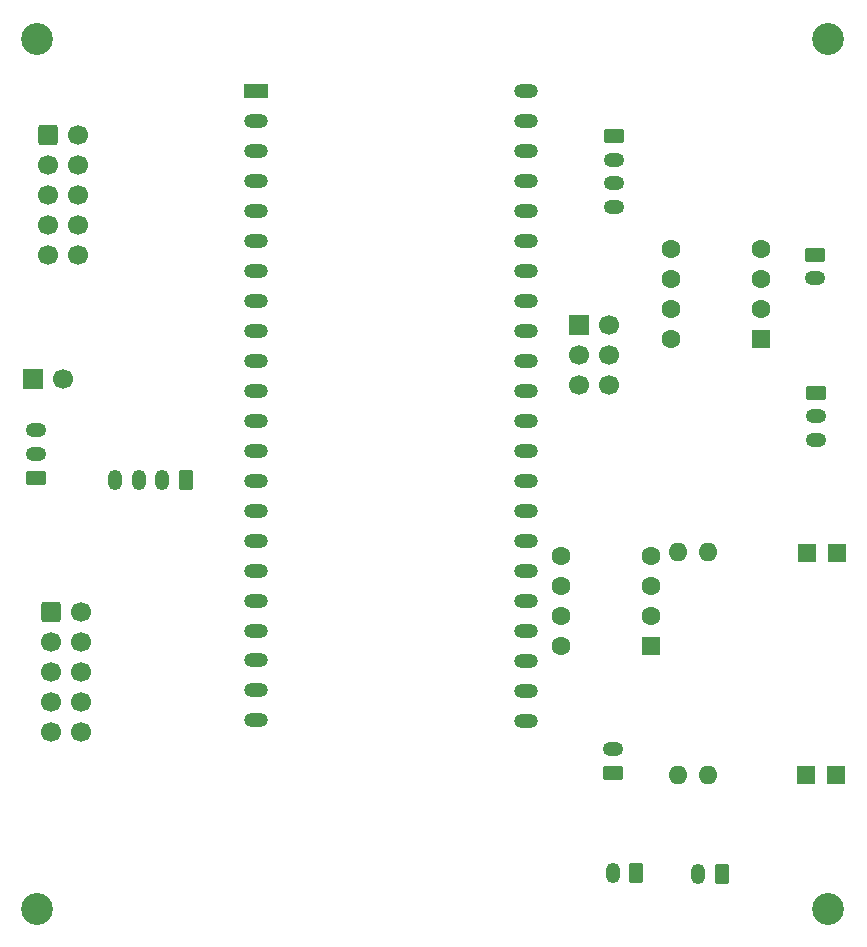
<source format=gbs>
%TF.GenerationSoftware,KiCad,Pcbnew,9.0.6*%
%TF.CreationDate,2026-01-12T11:26:18-05:00*%
%TF.ProjectId,OrganUniversalMCUboard,4f726761-6e55-46e6-9976-657273616c4d,rev?*%
%TF.SameCoordinates,Original*%
%TF.FileFunction,Soldermask,Bot*%
%TF.FilePolarity,Negative*%
%FSLAX46Y46*%
G04 Gerber Fmt 4.6, Leading zero omitted, Abs format (unit mm)*
G04 Created by KiCad (PCBNEW 9.0.6) date 2026-01-12 11:26:18*
%MOMM*%
%LPD*%
G01*
G04 APERTURE LIST*
G04 Aperture macros list*
%AMRoundRect*
0 Rectangle with rounded corners*
0 $1 Rounding radius*
0 $2 $3 $4 $5 $6 $7 $8 $9 X,Y pos of 4 corners*
0 Add a 4 corners polygon primitive as box body*
4,1,4,$2,$3,$4,$5,$6,$7,$8,$9,$2,$3,0*
0 Add four circle primitives for the rounded corners*
1,1,$1+$1,$2,$3*
1,1,$1+$1,$4,$5*
1,1,$1+$1,$6,$7*
1,1,$1+$1,$8,$9*
0 Add four rect primitives between the rounded corners*
20,1,$1+$1,$2,$3,$4,$5,0*
20,1,$1+$1,$4,$5,$6,$7,0*
20,1,$1+$1,$6,$7,$8,$9,0*
20,1,$1+$1,$8,$9,$2,$3,0*%
G04 Aperture macros list end*
%ADD10RoundRect,0.250000X-0.600000X-0.600000X0.600000X-0.600000X0.600000X0.600000X-0.600000X0.600000X0*%
%ADD11C,1.700000*%
%ADD12RoundRect,0.250000X0.550000X0.550000X-0.550000X0.550000X-0.550000X-0.550000X0.550000X-0.550000X0*%
%ADD13C,1.600000*%
%ADD14C,2.700000*%
%ADD15RoundRect,0.250000X0.350000X0.625000X-0.350000X0.625000X-0.350000X-0.625000X0.350000X-0.625000X0*%
%ADD16O,1.200000X1.750000*%
%ADD17R,1.600000X1.600000*%
%ADD18O,1.600000X1.600000*%
%ADD19RoundRect,0.250000X0.625000X-0.350000X0.625000X0.350000X-0.625000X0.350000X-0.625000X-0.350000X0*%
%ADD20O,1.750000X1.200000*%
%ADD21R,1.700000X1.700000*%
%ADD22RoundRect,0.250000X-0.625000X0.350000X-0.625000X-0.350000X0.625000X-0.350000X0.625000X0.350000X0*%
%ADD23R,2.000000X1.200000*%
%ADD24O,2.000000X1.200000*%
G04 APERTURE END LIST*
D10*
%TO.C,J7*%
X70993000Y-60833000D03*
D11*
X73533000Y-60833000D03*
X70993000Y-63373000D03*
X73533000Y-63373000D03*
X70993000Y-65913000D03*
X73533000Y-65913000D03*
X70993000Y-68453000D03*
X73533000Y-68453000D03*
X70993000Y-70993000D03*
X73533000Y-70993000D03*
%TD*%
D12*
%TO.C,U2*%
X131312999Y-78105000D03*
D13*
X131313000Y-75564997D03*
X131312999Y-73025000D03*
X131312999Y-70485000D03*
X123692999Y-70485000D03*
X123692998Y-73025000D03*
X123692999Y-75565001D03*
X123692999Y-78105000D03*
%TD*%
D14*
%TO.C,REF\u002A\u002A*%
X70000000Y-52705000D03*
%TD*%
D15*
%TO.C,J2*%
X120761001Y-123359000D03*
D16*
X118761001Y-123359000D03*
%TD*%
D15*
%TO.C,J5*%
X82629001Y-90084999D03*
D16*
X80629001Y-90084999D03*
X78629001Y-90084999D03*
X76629000Y-90085000D03*
%TD*%
D17*
%TO.C,A5V1*%
X135127999Y-115062001D03*
X137668000Y-115062001D03*
D18*
X126872999Y-115087402D03*
X124332999Y-115062001D03*
D17*
X135254997Y-96266001D03*
X137795000Y-96266001D03*
D18*
X126873000Y-96164401D03*
X124332999Y-96139002D03*
%TD*%
D15*
%TO.C,J1*%
X128016000Y-123444000D03*
D16*
X126016000Y-123444000D03*
%TD*%
D19*
%TO.C,J10*%
X118830000Y-114880900D03*
D20*
X118830000Y-112880900D03*
%TD*%
D21*
%TO.C,JP1*%
X69718000Y-81534000D03*
D11*
X72258001Y-81534001D03*
%TD*%
D22*
%TO.C,J4*%
X136017000Y-82677000D03*
D20*
X136017000Y-84677000D03*
X136017000Y-86677000D03*
%TD*%
D14*
%TO.C,REF\u002A\u002A*%
X137000000Y-52705000D03*
%TD*%
%TO.C,REF\u002A\u002A*%
X137000000Y-126365000D03*
%TD*%
D22*
%TO.C,J3*%
X135890000Y-70993000D03*
D20*
X135890000Y-72993000D03*
%TD*%
D23*
%TO.C,U1*%
X88570000Y-57107920D03*
D24*
X88570000Y-59647920D03*
X88570000Y-62187920D03*
X88570000Y-64727920D03*
X88570000Y-67267920D03*
X88570000Y-69807920D03*
X88570000Y-72347920D03*
X88570000Y-74887920D03*
X88570000Y-77427920D03*
X88570000Y-79967920D03*
X88570000Y-82507920D03*
X88570000Y-85047920D03*
X88570000Y-87587920D03*
X88570000Y-90127920D03*
X88570000Y-92667920D03*
X88570000Y-95207920D03*
X88570000Y-97747920D03*
X88570000Y-100287920D03*
X88570000Y-102827920D03*
X88566320Y-105365200D03*
X88566320Y-107905200D03*
X88566320Y-110445200D03*
X111430000Y-110447920D03*
X111430000Y-107907920D03*
X111430000Y-105367920D03*
X111430000Y-102827920D03*
X111430000Y-100287920D03*
X111430000Y-97747920D03*
X111430000Y-95207920D03*
X111430000Y-92667920D03*
X111430000Y-90127920D03*
X111430000Y-87587920D03*
X111430000Y-85047920D03*
X111430000Y-82507920D03*
X111430000Y-79967920D03*
X111430000Y-77427920D03*
X111430000Y-74887920D03*
X111430000Y-72347920D03*
X111430000Y-69807920D03*
X111430000Y-67267920D03*
X111430000Y-64727920D03*
X111430000Y-62187920D03*
X111430000Y-59647920D03*
X111430000Y-57107920D03*
%TD*%
D21*
%TO.C,J11*%
X115946000Y-76962000D03*
D11*
X118486000Y-76962000D03*
X115946000Y-79502000D03*
X118486000Y-79502000D03*
X115946000Y-82042000D03*
X118486000Y-82042000D03*
%TD*%
D19*
%TO.C,J6*%
X69935000Y-89884000D03*
D20*
X69935000Y-87884000D03*
X69935000Y-85884000D03*
%TD*%
D10*
%TO.C,J8*%
X71247000Y-101290000D03*
D11*
X73787000Y-101290000D03*
X71247000Y-103830000D03*
X73787000Y-103830000D03*
X71247000Y-106370000D03*
X73787000Y-106370000D03*
X71247000Y-108910000D03*
X73787000Y-108910000D03*
X71247000Y-111450000D03*
X73787000Y-111450000D03*
%TD*%
D14*
%TO.C,REF\u002A\u002A*%
X70000000Y-126365000D03*
%TD*%
D22*
%TO.C,J9*%
X118872000Y-60960000D03*
D20*
X118872000Y-62960000D03*
X118872000Y-64960000D03*
X118872001Y-66960001D03*
%TD*%
D12*
%TO.C,SW1*%
X122042000Y-104127500D03*
D13*
X122042001Y-101587497D03*
X122042000Y-99047500D03*
X122042000Y-96507500D03*
X114422000Y-96507500D03*
X114421998Y-99047500D03*
X114422000Y-101587501D03*
X114422000Y-104127500D03*
%TD*%
M02*

</source>
